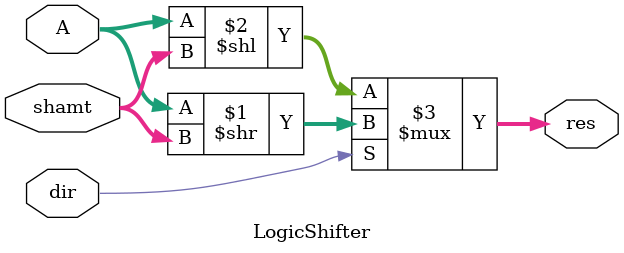
<source format=v>
`timescale 1ns / 1ps
module LogicShifter(A, shamt, res, dir);
	input [31:0] A;
	input [31:0] shamt;
	output [31:0] res;
	input dir;

	assign res = (dir) ? A>>shamt : A<<shamt; 

endmodule

</source>
